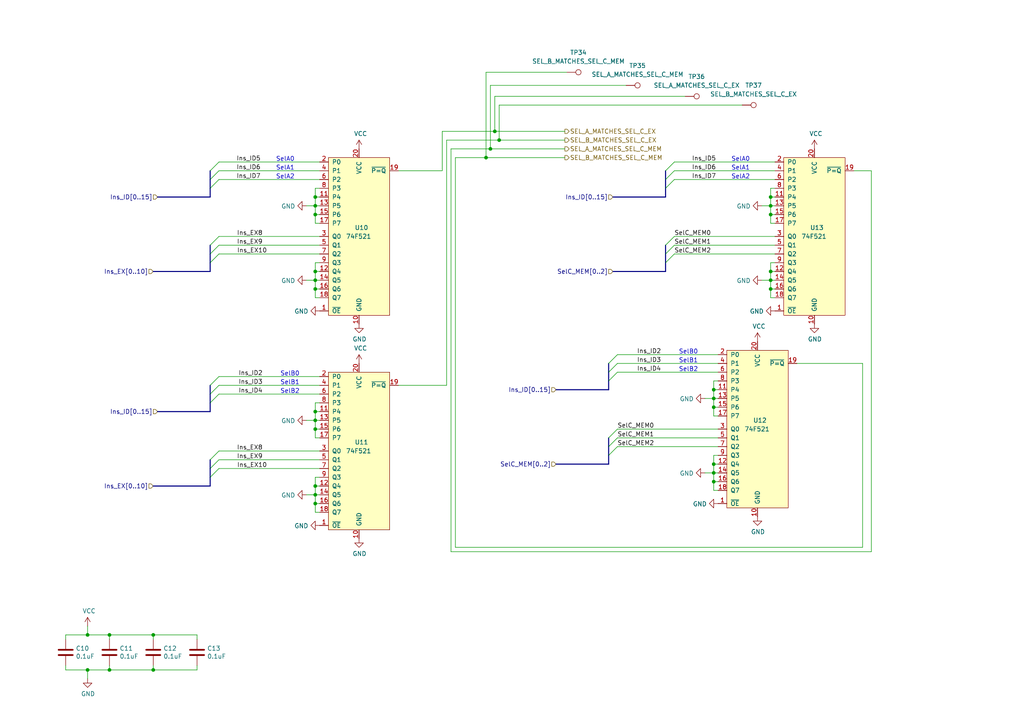
<source format=kicad_sch>
(kicad_sch (version 20230121) (generator eeschema)
  (paper "A4")
  (title_block (date "2023-11-14") (rev "E"))
  (lib_symbols
    (symbol "74xx (kicad5):74F521" (pin_names (offset 1.016))
      (property "Reference" "U" (at 0 0 0))
      (property "Value" "74F521" (at 0 -2.54 0))
      (symbol "74F521_0_0"
        (pin input line (at -11.43 -24.13 0) (length 2.54) (name "~{OE}") (number "1"))
        (pin power_in line (at 0 -27.94 90) (length 2.54) (name "GND") (number "10"))
        (pin input line (at -11.43 8.89 0) (length 2.54) (name "P4") (number "11"))
        (pin input line (at -11.43 -12.7 0) (length 2.54) (name "Q4") (number "12"))
        (pin input line (at -11.43 6.35 0) (length 2.54) (name "P5") (number "13"))
        (pin input line (at -11.43 -15.24 0) (length 2.54) (name "Q5") (number "14"))
        (pin input line (at -11.43 3.81 0) (length 2.54) (name "P6") (number "15"))
        (pin input line (at -11.43 -17.78 0) (length 2.54) (name "Q6") (number "16"))
        (pin input line (at -11.43 1.27 0) (length 2.54) (name "P7") (number "17"))
        (pin input line (at -11.43 -20.32 0) (length 2.54) (name "Q7") (number "18"))
        (pin output line (at 11.43 16.51 180) (length 2.54) (name "~{P=Q}") (number "19"))
        (pin input line (at -11.43 19.05 0) (length 2.54) (name "P0") (number "2"))
        (pin power_in line (at 0 22.86 270) (length 2.54) (name "VCC") (number "20"))
        (pin input line (at -11.43 -2.54 0) (length 2.54) (name "Q0") (number "3"))
        (pin input line (at -11.43 16.51 0) (length 2.54) (name "P1") (number "4"))
        (pin input line (at -11.43 -5.08 0) (length 2.54) (name "Q1") (number "5"))
        (pin input line (at -11.43 13.97 0) (length 2.54) (name "P2") (number "6"))
        (pin input line (at -11.43 -7.62 0) (length 2.54) (name "Q2") (number "7"))
        (pin input line (at -11.43 11.43 0) (length 2.54) (name "P3") (number "8"))
        (pin input line (at -11.43 -10.16 0) (length 2.54) (name "Q3") (number "9"))
      )
      (symbol "74F521_0_1"
        (rectangle (start -8.89 20.32) (end 8.89 -25.4) (fill (type background)))
      )
    )
    (symbol "Connector:TestPoint" (pin_numbers hide) (pin_names (offset 0.762) hide)
      (property "Reference" "TP" (at 0 6.858 0))
      (property "Value" "TestPoint" (at 0 5.08 0))
      (symbol "TestPoint_0_1"
        (circle (center 0 3.302) (radius 0.762))
      )
      (symbol "TestPoint_1_1"
        (pin passive line (at 0 0 90) (length 2.54) (name "1") (number "1"))
      )
    )
    (symbol "Device:C" (pin_numbers hide) (pin_names (offset 0.254))
      (property "Reference" "C" (at 0.635 2.54 0))
      (property "Value" "C" (at 0.635 -2.54 0))
      (symbol "C_0_1"
        (polyline (pts (xy -2.032 -0.762) (xy 2.032 -0.762)) (stroke (width 0.508)))
        (polyline (pts (xy -2.032 0.762) (xy 2.032 0.762)) (stroke (width 0.508)))
      )
      (symbol "C_1_1"
        (pin passive line (at 0 3.81 270) (length 2.794) (name "~") (number "1"))
        (pin passive line (at 0 -3.81 90) (length 2.794) (name "~") (number "2"))
      )
    )
    (symbol "power:GND" (power) (pin_names (offset 0))
      (property "Value" "GND" (at 0 -3.81 0))
      (symbol "GND_0_1"
        (polyline (pts (xy 0 0) (xy 0 -1.27) (xy 1.27 -1.27) (xy 0 -2.54) (xy -1.27 -1.27) (xy 0 -1.27)))
      )
      (symbol "GND_1_1"
        (pin power_in line (at 0 0 270) (length 0) hide (name "GND") (number "1"))
      )
    )
    (symbol "power:VCC" (power) (pin_names (offset 0))
      (property "Value" "VCC" (at 0 3.81 0))
      (symbol "VCC_0_1"
        (polyline (pts (xy -0.762 1.27) (xy 0 2.54)))
        (polyline (pts (xy 0 0) (xy 0 2.54)))
        (polyline (pts (xy 0 2.54) (xy 0.762 1.27)))
      )
      (symbol "VCC_1_1"
        (pin power_in line (at 0 0 90) (length 0) hide (name "VCC") (number "1"))
      )
    )
  )
  (junction (at 207.01 139.7))
  (junction (at 144.78 40.64))
  (junction (at 25.4 184.15))
  (junction (at 207.01 113.03))
  (junction (at 91.44 57.15))
  (junction (at 207.01 137.16))
  (junction (at 143.51 38.1))
  (junction (at 223.52 78.74))
  (junction (at 91.44 119.38))
  (junction (at 223.52 59.69))
  (junction (at 142.24 43.18))
  (junction (at 140.97 45.72))
  (junction (at 25.4 194.31))
  (junction (at 91.44 146.05))
  (junction (at 91.44 140.97))
  (junction (at 207.01 118.11))
  (junction (at 223.52 57.15))
  (junction (at 223.52 62.23))
  (junction (at 91.44 143.51))
  (junction (at 91.44 59.69))
  (junction (at 91.44 81.28))
  (junction (at 223.52 83.82))
  (junction (at 44.45 194.31))
  (junction (at 31.75 194.31))
  (junction (at 223.52 81.28))
  (junction (at 31.75 184.15))
  (junction (at 91.44 62.23))
  (junction (at 91.44 121.92))
  (junction (at 207.01 115.57))
  (junction (at 207.01 134.62))
  (junction (at 44.45 184.15))
  (junction (at 91.44 83.82))
  (junction (at 91.44 78.74))
  (junction (at 91.44 124.46))
  (bus_entry (at 193.04 71.12) (size 2.54 -2.54))
  (bus_entry (at 63.5 46.99) (size -2.54 2.54))
  (bus_entry (at 176.53 127) (size 2.54 -2.54))
  (bus_entry (at 179.07 102.87) (size -2.54 2.54))
  (bus_entry (at 63.5 49.53) (size -2.54 2.54))
  (bus_entry (at 193.04 76.2) (size 2.54 -2.54))
  (bus_entry (at 179.07 105.41) (size -2.54 2.54))
  (bus_entry (at 60.96 138.43) (size 2.54 -2.54))
  (bus_entry (at 63.5 114.3) (size -2.54 2.54))
  (bus_entry (at 176.53 132.08) (size 2.54 -2.54))
  (bus_entry (at 195.58 49.53) (size -2.54 2.54))
  (bus_entry (at 60.96 71.12) (size 2.54 -2.54))
  (bus_entry (at 63.5 109.22) (size -2.54 2.54))
  (bus_entry (at 195.58 46.99) (size -2.54 2.54))
  (bus_entry (at 63.5 111.76) (size -2.54 2.54))
  (bus_entry (at 179.07 107.95) (size -2.54 2.54))
  (bus_entry (at 60.96 135.89) (size 2.54 -2.54))
  (bus_entry (at 195.58 52.07) (size -2.54 2.54))
  (bus_entry (at 60.96 133.35) (size 2.54 -2.54))
  (bus_entry (at 63.5 52.07) (size -2.54 2.54))
  (bus_entry (at 193.04 73.66) (size 2.54 -2.54))
  (bus_entry (at 60.96 73.66) (size 2.54 -2.54))
  (bus_entry (at 176.53 129.54) (size 2.54 -2.54))
  (bus_entry (at 60.96 76.2) (size 2.54 -2.54))
  (bus (pts (xy 60.96 52.07) (xy 60.96 54.61)))
  (wire (pts (xy 143.51 27.94) (xy 143.51 38.1)))
  (bus (pts (xy 60.96 49.53) (xy 60.96 52.07)))
  (wire (pts (xy 91.44 57.15) (xy 91.44 59.69)))
  (wire (pts (xy 140.97 45.72) (xy 163.83 45.72)))
  (bus (pts (xy 177.8 78.74) (xy 193.04 78.74)))
  (wire (pts (xy 44.45 194.31) (xy 57.15 194.31)))
  (wire (pts (xy 91.44 62.23) (xy 91.44 64.77)))
  (wire (pts (xy 195.58 46.99) (xy 224.79 46.99)))
  (bus (pts (xy 161.29 134.62) (xy 176.53 134.62)))
  (bus (pts (xy 176.53 110.49) (xy 176.53 113.03)))
  (bus (pts (xy 176.53 105.41) (xy 176.53 107.95)))
  (wire (pts (xy 130.81 43.18) (xy 142.24 43.18)))
  (bus (pts (xy 176.53 127) (xy 176.53 129.54)))
  (wire (pts (xy 92.71 140.97) (xy 91.44 140.97)))
  (wire (pts (xy 231.14 105.41) (xy 250.19 105.41)))
  (wire (pts (xy 63.5 109.22) (xy 92.71 109.22)))
  (bus (pts (xy 60.96 135.89) (xy 60.96 138.43)))
  (bus (pts (xy 176.53 132.08) (xy 176.53 134.62)))
  (wire (pts (xy 91.44 121.92) (xy 91.44 124.46)))
  (wire (pts (xy 132.08 45.72) (xy 140.97 45.72)))
  (wire (pts (xy 224.79 68.58) (xy 195.58 68.58)))
  (wire (pts (xy 223.52 59.69) (xy 224.79 59.69)))
  (wire (pts (xy 215.265 30.48) (xy 144.78 30.48)))
  (bus (pts (xy 176.53 129.54) (xy 176.53 132.08)))
  (bus (pts (xy 193.04 73.66) (xy 193.04 76.2)))
  (wire (pts (xy 207.01 115.57) (xy 208.28 115.57)))
  (wire (pts (xy 25.4 196.85) (xy 25.4 194.31)))
  (wire (pts (xy 207.01 139.7) (xy 207.01 142.24)))
  (wire (pts (xy 57.15 184.15) (xy 57.15 185.42)))
  (wire (pts (xy 91.44 121.92) (xy 88.9 121.92)))
  (wire (pts (xy 142.24 24.765) (xy 142.24 43.18)))
  (wire (pts (xy 224.79 57.15) (xy 223.52 57.15)))
  (wire (pts (xy 25.4 194.31) (xy 31.75 194.31)))
  (wire (pts (xy 91.44 59.69) (xy 91.44 62.23)))
  (wire (pts (xy 207.01 137.16) (xy 204.47 137.16)))
  (wire (pts (xy 91.44 59.69) (xy 92.71 59.69)))
  (bus (pts (xy 193.04 71.12) (xy 193.04 73.66)))
  (wire (pts (xy 207.01 120.65) (xy 208.28 120.65)))
  (wire (pts (xy 207.01 137.16) (xy 207.01 139.7)))
  (bus (pts (xy 60.96 57.15) (xy 45.72 57.15)))
  (wire (pts (xy 179.07 102.87) (xy 208.28 102.87)))
  (wire (pts (xy 223.52 64.77) (xy 224.79 64.77)))
  (bus (pts (xy 193.04 49.53) (xy 193.04 52.07)))
  (wire (pts (xy 142.24 24.765) (xy 181.61 24.765)))
  (wire (pts (xy 208.28 129.54) (xy 179.07 129.54)))
  (wire (pts (xy 207.01 142.24) (xy 208.28 142.24)))
  (wire (pts (xy 91.44 138.43) (xy 91.44 140.97)))
  (wire (pts (xy 250.19 158.75) (xy 132.08 158.75)))
  (wire (pts (xy 207.01 137.16) (xy 208.28 137.16)))
  (wire (pts (xy 224.79 73.66) (xy 195.58 73.66)))
  (wire (pts (xy 19.05 184.15) (xy 25.4 184.15)))
  (bus (pts (xy 60.96 73.66) (xy 60.96 76.2)))
  (wire (pts (xy 195.58 71.12) (xy 224.79 71.12)))
  (wire (pts (xy 19.05 185.42) (xy 19.05 184.15)))
  (bus (pts (xy 44.45 78.74) (xy 60.96 78.74)))
  (wire (pts (xy 92.71 83.82) (xy 91.44 83.82)))
  (wire (pts (xy 92.71 116.84) (xy 91.44 116.84)))
  (wire (pts (xy 63.5 68.58) (xy 92.71 68.58)))
  (bus (pts (xy 176.53 107.95) (xy 176.53 110.49)))
  (wire (pts (xy 208.28 124.46) (xy 179.07 124.46)))
  (wire (pts (xy 91.44 143.51) (xy 92.71 143.51)))
  (wire (pts (xy 25.4 181.61) (xy 25.4 184.15)))
  (wire (pts (xy 223.52 57.15) (xy 223.52 59.69)))
  (bus (pts (xy 176.53 113.03) (xy 161.29 113.03)))
  (wire (pts (xy 223.52 54.61) (xy 223.52 57.15)))
  (wire (pts (xy 91.44 81.28) (xy 91.44 83.82)))
  (wire (pts (xy 208.28 118.11) (xy 207.01 118.11)))
  (wire (pts (xy 92.71 76.2) (xy 91.44 76.2)))
  (wire (pts (xy 91.44 83.82) (xy 91.44 86.36)))
  (wire (pts (xy 195.58 49.53) (xy 224.79 49.53)))
  (wire (pts (xy 91.44 119.38) (xy 91.44 121.92)))
  (wire (pts (xy 63.5 71.12) (xy 92.71 71.12)))
  (wire (pts (xy 223.52 81.28) (xy 223.52 83.82)))
  (wire (pts (xy 208.28 110.49) (xy 207.01 110.49)))
  (bus (pts (xy 193.04 54.61) (xy 193.04 57.15)))
  (wire (pts (xy 207.01 115.57) (xy 207.01 118.11)))
  (wire (pts (xy 91.44 121.92) (xy 92.71 121.92)))
  (wire (pts (xy 91.44 148.59) (xy 92.71 148.59)))
  (wire (pts (xy 207.01 110.49) (xy 207.01 113.03)))
  (wire (pts (xy 91.44 81.28) (xy 92.71 81.28)))
  (wire (pts (xy 208.28 132.08) (xy 207.01 132.08)))
  (bus (pts (xy 193.04 57.15) (xy 177.8 57.15)))
  (wire (pts (xy 92.71 54.61) (xy 91.44 54.61)))
  (bus (pts (xy 60.96 133.35) (xy 60.96 135.89)))
  (bus (pts (xy 60.96 114.3) (xy 60.96 116.84)))
  (wire (pts (xy 91.44 54.61) (xy 91.44 57.15)))
  (wire (pts (xy 92.71 146.05) (xy 91.44 146.05)))
  (wire (pts (xy 223.52 86.36) (xy 224.79 86.36)))
  (wire (pts (xy 128.27 49.53) (xy 128.27 38.1)))
  (wire (pts (xy 91.44 76.2) (xy 91.44 78.74)))
  (wire (pts (xy 223.52 83.82) (xy 223.52 86.36)))
  (wire (pts (xy 91.44 143.51) (xy 88.9 143.51)))
  (wire (pts (xy 207.01 113.03) (xy 207.01 115.57)))
  (wire (pts (xy 224.79 78.74) (xy 223.52 78.74)))
  (wire (pts (xy 44.45 184.15) (xy 57.15 184.15)))
  (wire (pts (xy 91.44 78.74) (xy 91.44 81.28)))
  (wire (pts (xy 63.5 73.66) (xy 92.71 73.66)))
  (bus (pts (xy 60.96 71.12) (xy 60.96 73.66)))
  (bus (pts (xy 60.96 116.84) (xy 60.96 119.38)))
  (wire (pts (xy 91.44 146.05) (xy 91.44 148.59)))
  (wire (pts (xy 207.01 134.62) (xy 207.01 137.16)))
  (bus (pts (xy 193.04 76.2) (xy 193.04 78.74)))
  (wire (pts (xy 224.79 54.61) (xy 223.52 54.61)))
  (wire (pts (xy 63.5 114.3) (xy 92.71 114.3)))
  (wire (pts (xy 224.79 76.2) (xy 223.52 76.2)))
  (wire (pts (xy 223.52 59.69) (xy 220.98 59.69)))
  (wire (pts (xy 140.97 20.955) (xy 164.465 20.955)))
  (wire (pts (xy 223.52 76.2) (xy 223.52 78.74)))
  (wire (pts (xy 92.71 124.46) (xy 91.44 124.46)))
  (wire (pts (xy 252.73 160.02) (xy 130.81 160.02)))
  (wire (pts (xy 19.05 194.31) (xy 25.4 194.31)))
  (wire (pts (xy 63.5 111.76) (xy 92.71 111.76)))
  (wire (pts (xy 92.71 119.38) (xy 91.44 119.38)))
  (wire (pts (xy 142.24 43.18) (xy 163.83 43.18)))
  (wire (pts (xy 63.5 46.99) (xy 92.71 46.99)))
  (wire (pts (xy 195.58 52.07) (xy 224.79 52.07)))
  (wire (pts (xy 140.97 20.955) (xy 140.97 45.72)))
  (wire (pts (xy 91.44 116.84) (xy 91.44 119.38)))
  (wire (pts (xy 144.78 40.64) (xy 163.83 40.64)))
  (wire (pts (xy 25.4 184.15) (xy 31.75 184.15)))
  (wire (pts (xy 92.71 57.15) (xy 91.44 57.15)))
  (wire (pts (xy 63.5 130.81) (xy 92.71 130.81)))
  (bus (pts (xy 60.96 138.43) (xy 60.96 140.97)))
  (wire (pts (xy 115.57 49.53) (xy 128.27 49.53)))
  (bus (pts (xy 44.45 140.97) (xy 60.96 140.97)))
  (wire (pts (xy 31.75 184.15) (xy 31.75 185.42)))
  (wire (pts (xy 92.71 62.23) (xy 91.44 62.23)))
  (wire (pts (xy 129.54 40.64) (xy 144.78 40.64)))
  (wire (pts (xy 31.75 194.31) (xy 31.75 193.04)))
  (bus (pts (xy 60.96 76.2) (xy 60.96 78.74)))
  (wire (pts (xy 223.52 62.23) (xy 223.52 64.77)))
  (wire (pts (xy 207.01 115.57) (xy 204.47 115.57)))
  (bus (pts (xy 193.04 52.07) (xy 193.04 54.61)))
  (wire (pts (xy 179.07 127) (xy 208.28 127)))
  (wire (pts (xy 31.75 184.15) (xy 44.45 184.15)))
  (wire (pts (xy 129.54 40.64) (xy 129.54 111.76)))
  (wire (pts (xy 247.65 49.53) (xy 252.73 49.53)))
  (wire (pts (xy 63.5 133.35) (xy 92.71 133.35)))
  (wire (pts (xy 252.73 49.53) (xy 252.73 160.02)))
  (wire (pts (xy 91.44 81.28) (xy 88.9 81.28)))
  (wire (pts (xy 224.79 83.82) (xy 223.52 83.82)))
  (wire (pts (xy 130.81 43.18) (xy 130.81 160.02)))
  (wire (pts (xy 223.52 81.28) (xy 220.98 81.28)))
  (wire (pts (xy 144.78 30.48) (xy 144.78 40.64)))
  (wire (pts (xy 91.44 124.46) (xy 91.44 127)))
  (wire (pts (xy 19.05 193.04) (xy 19.05 194.31)))
  (wire (pts (xy 63.5 135.89) (xy 92.71 135.89)))
  (wire (pts (xy 92.71 138.43) (xy 91.44 138.43)))
  (wire (pts (xy 115.57 111.76) (xy 129.54 111.76)))
  (wire (pts (xy 91.44 59.69) (xy 88.9 59.69)))
  (wire (pts (xy 207.01 132.08) (xy 207.01 134.62)))
  (wire (pts (xy 57.15 194.31) (xy 57.15 193.04)))
  (bus (pts (xy 60.96 111.76) (xy 60.96 114.3)))
  (wire (pts (xy 91.44 86.36) (xy 92.71 86.36)))
  (wire (pts (xy 179.07 107.95) (xy 208.28 107.95)))
  (wire (pts (xy 91.44 143.51) (xy 91.44 146.05)))
  (wire (pts (xy 91.44 127) (xy 92.71 127)))
  (wire (pts (xy 143.51 38.1) (xy 163.83 38.1)))
  (wire (pts (xy 198.755 27.94) (xy 143.51 27.94)))
  (wire (pts (xy 92.71 78.74) (xy 91.44 78.74)))
  (wire (pts (xy 128.27 38.1) (xy 143.51 38.1)))
  (wire (pts (xy 44.45 184.15) (xy 44.45 185.42)))
  (wire (pts (xy 63.5 49.53) (xy 92.71 49.53)))
  (wire (pts (xy 223.52 59.69) (xy 223.52 62.23)))
  (wire (pts (xy 208.28 139.7) (xy 207.01 139.7)))
  (wire (pts (xy 91.44 140.97) (xy 91.44 143.51)))
  (wire (pts (xy 208.28 113.03) (xy 207.01 113.03)))
  (wire (pts (xy 31.75 194.31) (xy 44.45 194.31)))
  (bus (pts (xy 60.96 54.61) (xy 60.96 57.15)))
  (bus (pts (xy 60.96 119.38) (xy 45.72 119.38)))
  (wire (pts (xy 44.45 194.31) (xy 44.45 193.04)))
  (wire (pts (xy 179.07 105.41) (xy 208.28 105.41)))
  (wire (pts (xy 223.52 81.28) (xy 224.79 81.28)))
  (wire (pts (xy 132.08 45.72) (xy 132.08 158.75)))
  (wire (pts (xy 224.79 62.23) (xy 223.52 62.23)))
  (wire (pts (xy 207.01 118.11) (xy 207.01 120.65)))
  (wire (pts (xy 63.5 52.07) (xy 92.71 52.07)))
  (wire (pts (xy 223.52 78.74) (xy 223.52 81.28)))
  (wire (pts (xy 208.28 134.62) (xy 207.01 134.62)))
  (wire (pts (xy 91.44 64.77) (xy 92.71 64.77)))
  (wire (pts (xy 250.19 105.41) (xy 250.19 158.75)))
  (text "SelA0" (at 212.09 46.99 0) (effects (font (size 1.27 1.27)) (justify left bottom)))
  (text "SelB1" (at 81.28 111.76 0) (effects (font (size 1.27 1.27)) (justify left bottom)))
  (text "SelA2" (at 212.09 52.07 0) (effects (font (size 1.27 1.27)) (justify left bottom)))
  (text "SelA1" (at 212.09 49.53 0) (effects (font (size 1.27 1.27)) (justify left bottom)))
  (text "SelB2" (at 196.85 107.95 0) (effects (font (size 1.27 1.27)) (justify left bottom)))
  (text "SelA0" (at 80.01 46.99 0) (effects (font (size 1.27 1.27)) (justify left bottom)))
  (text "SelB2" (at 81.28 114.3 0) (effects (font (size 1.27 1.27)) (justify left bottom)))
  (text "SelA1" (at 80.01 49.53 0) (effects (font (size 1.27 1.27)) (justify left bottom)))
  (text "SelA2" (at 80.01 52.07 0) (effects (font (size 1.27 1.27)) (justify left bottom)))
  (text "SelB0" (at 196.85 102.87 0) (effects (font (size 1.27 1.27)) (justify left bottom)))
  (text "SelB0" (at 81.28 109.22 0) (effects (font (size 1.27 1.27)) (justify left bottom)))
  (text "SelB1" (at 196.85 105.41 0) (effects (font (size 1.27 1.27)) (justify left bottom)))
  (label "Ins_ID7" (at 200.66 52.07 0))
  (label "SelC_MEM1" (at 195.58 71.12 0))
  (label "SelC_MEM0" (at 195.58 68.58 0))
  (label "SelC_MEM0" (at 179.07 124.46 0))
  (label "Ins_ID3" (at 76.2 111.76 180))
  (label "Ins_EX9" (at 76.2 133.35 180))
  (label "Ins_EX10" (at 77.47 135.89 180))
  (label "Ins_EX9" (at 76.2 71.12 180))
  (label "Ins_EX8" (at 76.2 68.58 180))
  (label "Ins_ID2" (at 76.2 109.22 180))
  (label "Ins_EX8" (at 76.2 130.81 180))
  (label "SelC_MEM2" (at 179.07 129.54 0))
  (label "Ins_ID4" (at 76.2 114.3 180))
  (label "Ins_ID6" (at 68.58 49.53 0))
  (label "Ins_EX10" (at 77.47 73.66 180))
  (label "Ins_ID2" (at 191.77 102.87 180))
  (label "Ins_ID6" (at 200.66 49.53 0))
  (label "SelC_MEM1" (at 179.07 127 0))
  (label "Ins_ID3" (at 191.77 105.41 180))
  (label "SelC_MEM2" (at 195.58 73.66 0))
  (label "Ins_ID5" (at 200.66 46.99 0))
  (label "Ins_ID5" (at 68.58 46.99 0))
  (label "Ins_ID7" (at 68.58 52.07 0))
  (label "Ins_ID4" (at 191.77 107.95 180))
  (hierarchical_label "SEL_A_MATCHES_SEL_C_EX" (shape output) (at 163.83 38.1 0))
  (hierarchical_label "Ins_EX[0..10]" (shape input) (at 44.45 78.74 180))
  (hierarchical_label "SEL_A_MATCHES_SEL_C_MEM" (shape output) (at 163.83 43.18 0))
  (hierarchical_label "SEL_B_MATCHES_SEL_C_MEM" (shape output) (at 163.83 45.72 0))
  (hierarchical_label "SelC_MEM[0..2]" (shape input) (at 161.29 134.62 180))
  (hierarchical_label "Ins_ID[0..15]" (shape input) (at 161.29 113.03 180))
  (hierarchical_label "Ins_ID[0..15]" (shape input) (at 45.72 119.38 180))
  (hierarchical_label "Ins_ID[0..15]" (shape input) (at 45.72 57.15 180))
  (hierarchical_label "Ins_EX[0..10]" (shape input) (at 44.45 140.97 180))
  (hierarchical_label "SelC_MEM[0..2]" (shape input) (at 177.8 78.74 180))
  (hierarchical_label "Ins_ID[0..15]" (shape input) (at 177.8 57.15 180))
  (hierarchical_label "SEL_B_MATCHES_SEL_C_EX" (shape output) (at 163.83 40.64 0))
  (symbol (lib_id "Device:C") (at 19.05 189.23 0) (unit 1)
    (property "Reference" "C10" (at 21.971 188.0616 0) (effects (justify left)))
    (property "Value" "0.1uF" (at 21.971 190.373 0) (effects (justify left)))
    (property "Footprint" "Capacitor_SMD:C_0603_1608Metric_Pad1.08x0.95mm_HandSolder" (effects hide))
    (property "Mouser" "https://www.mouser.com/ProductDetail/963-EMK107B7104KAHT" (effects hide))
  )
  (symbol (lib_id "power:VCC") (at 25.4 181.61 0) (unit 1)
    (property "Reference" "#PWR043" (effects hide))
    (property "Value" "VCC" (at 25.8318 177.2158 0))
  )
  (symbol (lib_id "power:GND") (at 25.4 196.85 0) (unit 1)
    (property "Reference" "#PWR044" (effects hide))
    (property "Value" "GND" (at 25.527 201.2442 0))
  )
  (symbol (lib_id "Device:C") (at 31.75 189.23 0) (unit 1)
    (property "Reference" "C11" (at 34.671 188.0616 0) (effects (justify left)))
    (property "Value" "0.1uF" (at 34.671 190.373 0) (effects (justify left)))
    (property "Footprint" "Capacitor_SMD:C_0603_1608Metric_Pad1.08x0.95mm_HandSolder" (effects hide))
    (property "Mouser" "https://www.mouser.com/ProductDetail/963-EMK107B7104KAHT" (effects hide))
  )
  (symbol (lib_id "Device:C") (at 44.45 189.23 0) (unit 1)
    (property "Reference" "C12" (at 47.371 188.0616 0) (effects (justify left)))
    (property "Value" "0.1uF" (at 47.371 190.373 0) (effects (justify left)))
    (property "Footprint" "Capacitor_SMD:C_0603_1608Metric_Pad1.08x0.95mm_HandSolder" (effects hide))
    (property "Mouser" "https://www.mouser.com/ProductDetail/963-EMK107B7104KAHT" (effects hide))
  )
  (symbol (lib_id "Device:C") (at 57.15 189.23 0) (unit 1)
    (property "Reference" "C13" (at 60.071 188.0616 0) (effects (justify left)))
    (property "Value" "0.1uF" (at 60.071 190.373 0) (effects (justify left)))
    (property "Footprint" "Capacitor_SMD:C_0603_1608Metric_Pad1.08x0.95mm_HandSolder" (effects hide))
    (property "Mouser" "https://www.mouser.com/ProductDetail/963-EMK107B7104KAHT" (effects hide))
  )
  (symbol (lib_id "74xx (kicad5):74F521") (at 104.14 66.04 0) (unit 1)
    (property "Reference" "U10" (at 102.87 66.04 0) (effects (justify left)))
    (property "Value" "74F521" (at 100.33 68.58 0) (effects (justify left)))
    (property "Footprint" "Package_SO:SOIC-20W_7.5x12.8mm_P1.27mm" (effects hide))
    (property "Datasheet" "https://www.ti.com/lit/ds/symlink/sn74f521.pdf?HQS=dis-mous-null-mousermode-dsf-pf-null-wwe&ts=1617462836509" (effects hide))
    (property "Mouser" "https://www.mouser.com/ProductDetail/Texas-Instruments/SN74F521DWR?qs=mE33ZKBHyE6Hxf0oNfiDUg%3D%3D" (effects hide))
  )
  (symbol (lib_id "power:VCC") (at 104.14 43.18 0) (unit 1)
    (property "Reference" "#PWR051" (effects hide))
    (property "Value" "VCC" (at 104.5718 38.7858 0))
  )
  (symbol (lib_id "power:GND") (at 104.14 93.98 0) (unit 1)
    (property "Reference" "#PWR052" (effects hide))
    (property "Value" "GND" (at 104.267 98.3742 0))
  )
  (symbol (lib_id "power:GND") (at 92.71 90.17 270) (unit 1)
    (property "Reference" "#PWR049" (effects hide))
    (property "Value" "GND" (at 89.4588 90.297 90) (effects (justify right)))
  )
  (symbol (lib_id "power:GND") (at 88.9 81.28 270) (unit 1)
    (property "Reference" "#PWR046" (effects hide))
    (property "Value" "GND" (at 85.6488 81.407 90) (effects (justify right)))
  )
  (symbol (lib_id "power:GND") (at 88.9 59.69 270) (unit 1)
    (property "Reference" "#PWR045" (effects hide))
    (property "Value" "GND" (at 85.6488 59.817 90) (effects (justify right)))
  )
  (symbol (lib_id "74xx (kicad5):74F521") (at 104.14 128.27 0) (unit 1)
    (property "Reference" "U11" (at 102.87 128.27 0) (effects (justify left)))
    (property "Value" "74F521" (at 100.33 130.81 0) (effects (justify left)))
    (property "Footprint" "Package_SO:SOIC-20W_7.5x12.8mm_P1.27mm" (effects hide))
    (property "Datasheet" "https://www.ti.com/lit/ds/symlink/sn74f521.pdf?HQS=dis-mous-null-mousermode-dsf-pf-null-wwe&ts=1617462836509" (effects hide))
    (property "Mouser" "https://www.mouser.com/ProductDetail/Texas-Instruments/SN74F521DWR?qs=mE33ZKBHyE6Hxf0oNfiDUg%3D%3D" (effects hide))
  )
  (symbol (lib_id "power:VCC") (at 104.14 105.41 0) (unit 1)
    (property "Reference" "#PWR053" (effects hide))
    (property "Value" "VCC" (at 104.5718 101.0158 0))
  )
  (symbol (lib_id "power:GND") (at 104.14 156.21 0) (unit 1)
    (property "Reference" "#PWR054" (effects hide))
    (property "Value" "GND" (at 104.267 160.6042 0))
  )
  (symbol (lib_id "power:GND") (at 92.71 152.4 270) (unit 1)
    (property "Reference" "#PWR050" (effects hide))
    (property "Value" "GND" (at 89.4588 152.527 90) (effects (justify right)))
  )
  (symbol (lib_id "power:GND") (at 88.9 143.51 270) (unit 1)
    (property "Reference" "#PWR048" (effects hide))
    (property "Value" "GND" (at 85.6488 143.637 90) (effects (justify right)))
  )
  (symbol (lib_id "power:GND") (at 88.9 121.92 270) (unit 1)
    (property "Reference" "#PWR047" (effects hide))
    (property "Value" "GND" (at 85.6488 122.047 90) (effects (justify right)))
  )
  (symbol (lib_id "power:GND") (at 220.98 59.69 270) (unit 1)
    (property "Reference" "#PWR060" (effects hide))
    (property "Value" "GND" (at 217.7288 59.817 90) (effects (justify right)))
  )
  (symbol (lib_id "power:GND") (at 220.98 81.28 270) (unit 1)
    (property "Reference" "#PWR061" (effects hide))
    (property "Value" "GND" (at 217.7288 81.407 90) (effects (justify right)))
  )
  (symbol (lib_id "power:GND") (at 224.79 90.17 270) (unit 1)
    (property "Reference" "#PWR062" (effects hide))
    (property "Value" "GND" (at 221.5388 90.297 90) (effects (justify right)))
  )
  (symbol (lib_id "power:GND") (at 236.22 93.98 0) (unit 1)
    (property "Reference" "#PWR064" (effects hide))
    (property "Value" "GND" (at 236.347 98.3742 0))
  )
  (symbol (lib_id "power:VCC") (at 236.22 43.18 0) (unit 1)
    (property "Reference" "#PWR063" (effects hide))
    (property "Value" "VCC" (at 236.6518 38.7858 0))
  )
  (symbol (lib_id "74xx (kicad5):74F521") (at 236.22 66.04 0) (unit 1)
    (property "Reference" "U13" (at 234.95 66.04 0) (effects (justify left)))
    (property "Value" "74F521" (at 232.41 68.58 0) (effects (justify left)))
    (property "Footprint" "Package_SO:SOIC-20W_7.5x12.8mm_P1.27mm" (effects hide))
    (property "Datasheet" "https://www.ti.com/lit/ds/symlink/sn74f521.pdf?HQS=dis-mous-null-mousermode-dsf-pf-null-wwe&ts=1617462836509" (effects hide))
    (property "Mouser" "https://www.mouser.com/ProductDetail/Texas-Instruments/SN74F521DWR?qs=mE33ZKBHyE6Hxf0oNfiDUg%3D%3D" (effects hide))
  )
  (symbol (lib_id "74xx (kicad5):74F521") (at 219.71 121.92 0) (unit 1)
    (property "Reference" "U12" (at 218.44 121.92 0) (effects (justify left)))
    (property "Value" "74F521" (at 215.9 124.46 0) (effects (justify left)))
    (property "Footprint" "Package_SO:SOIC-20W_7.5x12.8mm_P1.27mm" (effects hide))
    (property "Datasheet" "https://www.ti.com/lit/ds/symlink/sn74f521.pdf?HQS=dis-mous-null-mousermode-dsf-pf-null-wwe&ts=1617462836509" (effects hide))
    (property "Mouser" "https://www.mouser.com/ProductDetail/Texas-Instruments/SN74F521DWR?qs=mE33ZKBHyE6Hxf0oNfiDUg%3D%3D" (effects hide))
  )
  (symbol (lib_id "power:VCC") (at 219.71 99.06 0) (unit 1)
    (property "Reference" "#PWR058" (effects hide))
    (property "Value" "VCC" (at 220.1418 94.6658 0))
  )
  (symbol (lib_id "power:GND") (at 219.71 149.86 0) (unit 1)
    (property "Reference" "#PWR059" (effects hide))
    (property "Value" "GND" (at 219.837 154.2542 0))
  )
  (symbol (lib_id "power:GND") (at 208.28 146.05 270) (unit 1)
    (property "Reference" "#PWR057" (effects hide))
    (property "Value" "GND" (at 205.0288 146.177 90) (effects (justify right)))
  )
  (symbol (lib_id "power:GND") (at 204.47 137.16 270) (unit 1)
    (property "Reference" "#PWR056" (effects hide))
    (property "Value" "GND" (at 201.2188 137.287 90) (effects (justify right)))
  )
  (symbol (lib_id "power:GND") (at 204.47 115.57 270) (unit 1)
    (property "Reference" "#PWR055" (effects hide))
    (property "Value" "GND" (at 201.2188 115.697 90) (effects (justify right)))
  )
  (symbol (lib_id "Connector:TestPoint") (at 215.265 30.48 270) (mirror x) (unit 1)
    (property "Reference" "TP37" (at 218.567 24.765 90))
    (property "Value" "SEL_B_MATCHES_SEL_C_EX" (at 218.567 27.305 90))
    (property "Footprint" "TestPoint:TestPoint_Pad_D1.0mm" (effects hide))
  )
  (symbol (lib_id "Connector:TestPoint") (at 164.465 20.955 270) (mirror x) (unit 1)
    (property "Reference" "TP34" (at 167.767 15.24 90))
    (property "Value" "SEL_B_MATCHES_SEL_C_MEM" (at 167.767 17.78 90))
    (property "Footprint" "TestPoint:TestPoint_Pad_D1.0mm" (effects hide))
  )
  (symbol (lib_id "Connector:TestPoint") (at 198.755 27.94 270) (mirror x) (unit 1)
    (property "Reference" "TP36" (at 202.057 22.225 90))
    (property "Value" "SEL_A_MATCHES_SEL_C_EX" (at 202.057 24.765 90))
    (property "Footprint" "TestPoint:TestPoint_Pad_D1.0mm" (effects hide))
  )
  (symbol (lib_id "Connector:TestPoint") (at 181.61 24.765 270) (mirror x) (unit 1)
    (property "Reference" "TP35" (at 184.912 19.05 90))
    (property "Value" "SEL_A_MATCHES_SEL_C_MEM" (at 184.912 21.59 90))
    (property "Footprint" "TestPoint:TestPoint_Pad_D1.0mm" (effects hide))
  )
)
</source>
